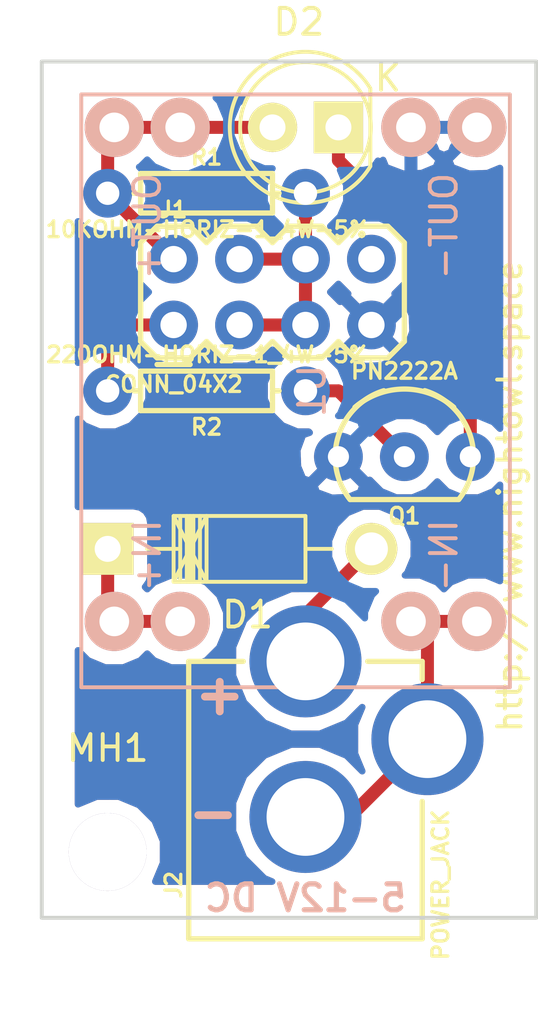
<source format=kicad_pcb>
(kicad_pcb (version 4) (host pcbnew 4.0.2+dfsg1-stable)

  (general
    (links 20)
    (no_connects 0)
    (area 156.99195 63.391 177.875001 103.32)
    (thickness 1.6)
    (drawings 8)
    (tracks 35)
    (zones 0)
    (modules 9)
    (nets 10)
  )

  (page A4)
  (layers
    (0 F.Cu signal)
    (31 B.Cu signal)
    (32 B.Adhes user)
    (33 F.Adhes user)
    (34 B.Paste user)
    (35 F.Paste user)
    (36 B.SilkS user)
    (37 F.SilkS user)
    (38 B.Mask user)
    (39 F.Mask user)
    (40 Dwgs.User user)
    (41 Cmts.User user)
    (42 Eco1.User user)
    (43 Eco2.User user)
    (44 Edge.Cuts user)
    (45 Margin user)
    (46 B.CrtYd user)
    (47 F.CrtYd user)
    (48 B.Fab user)
    (49 F.Fab user)
  )

  (setup
    (last_trace_width 0.5)
    (user_trace_width 0.25)
    (user_trace_width 0.5)
    (user_trace_width 0.6)
    (user_trace_width 1.2)
    (trace_clearance 0.2)
    (zone_clearance 0.508)
    (zone_45_only no)
    (trace_min 0.2)
    (segment_width 0.2)
    (edge_width 0.15)
    (via_size 0.6)
    (via_drill 0.4)
    (via_min_size 0.4)
    (via_min_drill 0.3)
    (uvia_size 0.3)
    (uvia_drill 0.1)
    (uvias_allowed no)
    (uvia_min_size 0.2)
    (uvia_min_drill 0.1)
    (pcb_text_width 0.3)
    (pcb_text_size 1.5 1.5)
    (mod_edge_width 0.15)
    (mod_text_size 1 1)
    (mod_text_width 0.15)
    (pad_size 1.524 1.524)
    (pad_drill 0.762)
    (pad_to_mask_clearance 0.2)
    (aux_axis_origin 0 0)
    (visible_elements FFFEFF7F)
    (pcbplotparams
      (layerselection 0x010fc_80000001)
      (usegerberextensions false)
      (usegerberattributes true)
      (excludeedgelayer false)
      (linewidth 2.000000)
      (plotframeref false)
      (viasonmask false)
      (mode 1)
      (useauxorigin true)
      (hpglpennumber 1)
      (hpglpenspeed 20)
      (hpglpendiameter 15)
      (hpglpenoverlay 2)
      (psnegative false)
      (psa4output false)
      (plotreference true)
      (plotvalue false)
      (plotinvisibletext false)
      (padsonsilk false)
      (subtractmaskfromsilk false)
      (outputformat 1)
      (mirror false)
      (drillshape 0)
      (scaleselection 1)
      (outputdirectory gerbers/))
  )

  (net 0 "")
  (net 1 "Net-(D1-Pad1)")
  (net 2 "Net-(D2-Pad1)")
  (net 3 +3V3)
  (net 4 "Net-(J1-Pad1)")
  (net 5 "Net-(J1-Pad3)")
  (net 6 GND)
  (net 7 "Net-(Q1-Pad2)")
  (net 8 "Net-(D1-Pad2)")
  (net 9 "Net-(J2-PadGND)")

  (net_class Default "This is the default net class."
    (clearance 0.2)
    (trace_width 0.25)
    (via_dia 0.6)
    (via_drill 0.4)
    (uvia_dia 0.3)
    (uvia_drill 0.1)
    (add_net +3V3)
    (add_net GND)
    (add_net "Net-(D1-Pad1)")
    (add_net "Net-(D1-Pad2)")
    (add_net "Net-(D2-Pad1)")
    (add_net "Net-(J1-Pad1)")
    (add_net "Net-(J1-Pad3)")
    (add_net "Net-(J2-PadGND)")
    (add_net "Net-(Q1-Pad2)")
  )

  (module Diodes_ThroughHole:Diode_DO-41_SOD81_Horizontal_RM10 (layer F.Cu) (tedit 552FFCCE) (tstamp 5B88E51C)
    (at 161.29 84.836)
    (descr "Diode, DO-41, SOD81, Horizontal, RM 10mm,")
    (tags "Diode, DO-41, SOD81, Horizontal, RM 10mm, 1N4007, SB140,")
    (path /5B88E300)
    (fp_text reference D1 (at 5.38734 2.53746) (layer F.SilkS)
      (effects (font (size 1 1) (thickness 0.15)))
    )
    (fp_text value D_Schottky (at 4.37134 -3.55854) (layer F.Fab)
      (effects (font (size 1 1) (thickness 0.15)))
    )
    (fp_line (start 7.62 -0.00254) (end 8.636 -0.00254) (layer F.SilkS) (width 0.15))
    (fp_line (start 2.794 -0.00254) (end 1.524 -0.00254) (layer F.SilkS) (width 0.15))
    (fp_line (start 3.048 -1.27254) (end 3.048 1.26746) (layer F.SilkS) (width 0.15))
    (fp_line (start 3.302 -1.27254) (end 3.302 1.26746) (layer F.SilkS) (width 0.15))
    (fp_line (start 3.556 -1.27254) (end 3.556 1.26746) (layer F.SilkS) (width 0.15))
    (fp_line (start 2.794 -1.27254) (end 2.794 1.26746) (layer F.SilkS) (width 0.15))
    (fp_line (start 3.81 -1.27254) (end 2.54 1.26746) (layer F.SilkS) (width 0.15))
    (fp_line (start 2.54 -1.27254) (end 3.81 1.26746) (layer F.SilkS) (width 0.15))
    (fp_line (start 3.81 -1.27254) (end 3.81 1.26746) (layer F.SilkS) (width 0.15))
    (fp_line (start 3.175 -1.27254) (end 3.175 1.26746) (layer F.SilkS) (width 0.15))
    (fp_line (start 2.54 1.26746) (end 2.54 -1.27254) (layer F.SilkS) (width 0.15))
    (fp_line (start 2.54 -1.27254) (end 7.62 -1.27254) (layer F.SilkS) (width 0.15))
    (fp_line (start 7.62 -1.27254) (end 7.62 1.26746) (layer F.SilkS) (width 0.15))
    (fp_line (start 7.62 1.26746) (end 2.54 1.26746) (layer F.SilkS) (width 0.15))
    (pad 2 thru_hole circle (at 10.16 -0.00254 180) (size 1.99898 1.99898) (drill 1.27) (layers *.Cu *.Mask F.SilkS)
      (net 8 "Net-(D1-Pad2)"))
    (pad 1 thru_hole rect (at 0 -0.00254 180) (size 1.99898 1.99898) (drill 1.00076) (layers *.Cu *.Mask F.SilkS)
      (net 1 "Net-(D1-Pad1)"))
  )

  (module LEDs:LED-5MM (layer F.Cu) (tedit 5570F7EA) (tstamp 5B88E522)
    (at 170.18 68.58 180)
    (descr "LED 5mm round vertical")
    (tags "LED 5mm round vertical")
    (path /5B88E494)
    (fp_text reference D2 (at 1.524 4.064 180) (layer F.SilkS)
      (effects (font (size 1 1) (thickness 0.15)))
    )
    (fp_text value LED (at 1.524 -3.937 180) (layer F.Fab)
      (effects (font (size 1 1) (thickness 0.15)))
    )
    (fp_line (start -1.5 -1.55) (end -1.5 1.55) (layer F.CrtYd) (width 0.05))
    (fp_arc (start 1.3 0) (end -1.5 1.55) (angle -302) (layer F.CrtYd) (width 0.05))
    (fp_arc (start 1.27 0) (end -1.23 -1.5) (angle 297.5) (layer F.SilkS) (width 0.15))
    (fp_line (start -1.23 1.5) (end -1.23 -1.5) (layer F.SilkS) (width 0.15))
    (fp_circle (center 1.27 0) (end 0.97 -2.5) (layer F.SilkS) (width 0.15))
    (fp_text user K (at -1.905 1.905 180) (layer F.SilkS)
      (effects (font (size 1 1) (thickness 0.15)))
    )
    (pad 1 thru_hole rect (at 0 0 270) (size 2 1.9) (drill 1.00076) (layers *.Cu *.Mask F.SilkS)
      (net 2 "Net-(D2-Pad1)"))
    (pad 2 thru_hole circle (at 2.54 0 180) (size 1.9 1.9) (drill 1.00076) (layers *.Cu *.Mask F.SilkS)
      (net 3 +3V3))
    (model LEDs.3dshapes/LED-5MM.wrl
      (at (xyz 0.05 0 0))
      (scale (xyz 1 1 1))
      (rotate (xyz 0 0 90))
    )
  )

  (module Connectors:2X4 (layer F.Cu) (tedit 5963E2D3) (tstamp 5B88E52E)
    (at 167.64 74.93)
    (descr "PLATED THROUGH HOLE - 2X4")
    (tags "PLATED THROUGH HOLE - 2X4")
    (path /5B88E9B2)
    (attr virtual)
    (fp_text reference J1 (at -3.81 -3.175) (layer F.SilkS)
      (effects (font (size 0.6096 0.6096) (thickness 0.127)))
    )
    (fp_text value CONN_04X2 (at -3.81 3.556) (layer F.SilkS)
      (effects (font (size 0.6096 0.6096) (thickness 0.127)))
    )
    (fp_line (start -5.08 1.905) (end -4.445 2.54) (layer F.SilkS) (width 0.2032))
    (fp_line (start -3.175 2.54) (end -2.54 1.905) (layer F.SilkS) (width 0.2032))
    (fp_line (start -2.54 1.905) (end -1.905 2.54) (layer F.SilkS) (width 0.2032))
    (fp_line (start -0.635 2.54) (end 0 1.905) (layer F.SilkS) (width 0.2032))
    (fp_line (start 0 1.905) (end 0.635 2.54) (layer F.SilkS) (width 0.2032))
    (fp_line (start 1.905 2.54) (end 2.54 1.905) (layer F.SilkS) (width 0.2032))
    (fp_line (start 2.54 1.905) (end 3.175 2.54) (layer F.SilkS) (width 0.2032))
    (fp_line (start 4.445 2.54) (end 5.08 1.905) (layer F.SilkS) (width 0.2032))
    (fp_line (start -5.08 1.905) (end -5.08 -1.905) (layer F.SilkS) (width 0.2032))
    (fp_line (start -5.08 -1.905) (end -4.445 -2.54) (layer F.SilkS) (width 0.2032))
    (fp_line (start -4.445 -2.54) (end -3.175 -2.54) (layer F.SilkS) (width 0.2032))
    (fp_line (start -3.175 -2.54) (end -2.54 -1.905) (layer F.SilkS) (width 0.2032))
    (fp_line (start -2.54 -1.905) (end -1.905 -2.54) (layer F.SilkS) (width 0.2032))
    (fp_line (start -1.905 -2.54) (end -0.635 -2.54) (layer F.SilkS) (width 0.2032))
    (fp_line (start -0.635 -2.54) (end 0 -1.905) (layer F.SilkS) (width 0.2032))
    (fp_line (start 0 -1.905) (end 0.635 -2.54) (layer F.SilkS) (width 0.2032))
    (fp_line (start 0.635 -2.54) (end 1.905 -2.54) (layer F.SilkS) (width 0.2032))
    (fp_line (start 1.905 -2.54) (end 2.54 -1.905) (layer F.SilkS) (width 0.2032))
    (fp_line (start 2.54 -1.905) (end 3.175 -2.54) (layer F.SilkS) (width 0.2032))
    (fp_line (start 3.175 -2.54) (end 4.445 -2.54) (layer F.SilkS) (width 0.2032))
    (fp_line (start 4.445 -2.54) (end 5.08 -1.905) (layer F.SilkS) (width 0.2032))
    (fp_line (start 5.08 -1.905) (end 5.08 1.905) (layer F.SilkS) (width 0.2032))
    (fp_line (start 3.175 2.54) (end 4.445 2.54) (layer F.SilkS) (width 0.2032))
    (fp_line (start 0.635 2.54) (end 1.905 2.54) (layer F.SilkS) (width 0.2032))
    (fp_line (start -1.905 2.54) (end -0.635 2.54) (layer F.SilkS) (width 0.2032))
    (fp_line (start -4.445 2.54) (end -3.175 2.54) (layer F.SilkS) (width 0.2032))
    (fp_line (start -4.445 2.794) (end -3.175 2.794) (layer F.SilkS) (width 0.2032))
    (fp_line (start -3.175 2.794) (end -4.445 2.794) (layer F.SilkS) (width 0.2032))
    (fp_line (start -5.08 1.905) (end -4.445 2.54) (layer F.SilkS) (width 0.2032))
    (fp_line (start -5.08 1.905) (end -5.08 -1.905) (layer F.SilkS) (width 0.2032))
    (fp_line (start -5.08 -1.905) (end -4.445 -2.54) (layer F.SilkS) (width 0.2032))
    (pad 1 thru_hole circle (at -3.81 1.27) (size 1.8796 1.8796) (drill 1.016) (layers *.Cu *.Mask)
      (net 4 "Net-(J1-Pad1)") (solder_mask_margin 0.1016))
    (pad 2 thru_hole circle (at -3.81 -1.27) (size 1.8796 1.8796) (drill 1.016) (layers *.Cu *.Mask)
      (net 3 +3V3) (solder_mask_margin 0.1016))
    (pad 3 thru_hole circle (at -1.27 1.27) (size 1.8796 1.8796) (drill 1.016) (layers *.Cu *.Mask)
      (net 5 "Net-(J1-Pad3)") (solder_mask_margin 0.1016))
    (pad 4 thru_hole circle (at -1.27 -1.27) (size 1.8796 1.8796) (drill 1.016) (layers *.Cu *.Mask)
      (net 5 "Net-(J1-Pad3)") (solder_mask_margin 0.1016))
    (pad 5 thru_hole circle (at 1.27 1.27) (size 1.8796 1.8796) (drill 1.016) (layers *.Cu *.Mask)
      (net 5 "Net-(J1-Pad3)") (solder_mask_margin 0.1016))
    (pad 6 thru_hole circle (at 1.27 -1.27) (size 1.8796 1.8796) (drill 1.016) (layers *.Cu *.Mask)
      (net 5 "Net-(J1-Pad3)") (solder_mask_margin 0.1016))
    (pad 7 thru_hole circle (at 3.81 1.27) (size 1.8796 1.8796) (drill 1.016) (layers *.Cu *.Mask)
      (net 6 GND) (solder_mask_margin 0.1016))
    (pad 8 thru_hole circle (at 3.81 -1.27) (size 1.8796 1.8796) (drill 1.016) (layers *.Cu *.Mask)
      (solder_mask_margin 0.1016))
  )

  (module Resistors:AXIAL-0.3 (layer F.Cu) (tedit 200000) (tstamp 5B88E53B)
    (at 165.1 71.12)
    (descr AXIAL-0.3)
    (tags AXIAL-0.3)
    (path /5B88E842)
    (attr virtual)
    (fp_text reference R1 (at 0 -1.397) (layer F.SilkS)
      (effects (font (size 0.6096 0.6096) (thickness 0.127)))
    )
    (fp_text value 10KOHM-HORIZ-1_4W-5% (at 0 1.397) (layer F.SilkS)
      (effects (font (size 0.6096 0.6096) (thickness 0.127)))
    )
    (fp_line (start -2.54 -0.762) (end 2.54 -0.762) (layer F.SilkS) (width 0.2032))
    (fp_line (start 2.54 -0.762) (end 2.54 0) (layer F.SilkS) (width 0.2032))
    (fp_line (start 2.54 0) (end 2.54 0.762) (layer F.SilkS) (width 0.2032))
    (fp_line (start 2.54 0.762) (end -2.54 0.762) (layer F.SilkS) (width 0.2032))
    (fp_line (start -2.54 0.762) (end -2.54 0) (layer F.SilkS) (width 0.2032))
    (fp_line (start -2.54 0) (end -2.54 -0.762) (layer F.SilkS) (width 0.2032))
    (fp_line (start 2.54 0) (end 2.794 0) (layer F.SilkS) (width 0.2032))
    (fp_line (start -2.54 0) (end -2.794 0) (layer F.SilkS) (width 0.2032))
    (pad P$1 thru_hole circle (at -3.81 0) (size 1.8796 1.8796) (drill 0.89916) (layers *.Cu *.Mask)
      (net 3 +3V3) (solder_mask_margin 0.1016))
    (pad P$2 thru_hole circle (at 3.81 0) (size 1.8796 1.8796) (drill 0.89916) (layers *.Cu *.Mask)
      (net 5 "Net-(J1-Pad3)") (solder_mask_margin 0.1016))
  )

  (module Resistors:AXIAL-0.3 (layer F.Cu) (tedit 200000) (tstamp 5B88E541)
    (at 165.1 78.74 180)
    (descr AXIAL-0.3)
    (tags AXIAL-0.3)
    (path /5B88F7C0)
    (attr virtual)
    (fp_text reference R2 (at 0 -1.397 180) (layer F.SilkS)
      (effects (font (size 0.6096 0.6096) (thickness 0.127)))
    )
    (fp_text value 220OHM-HORIZ-1_4W-5% (at 0 1.397 180) (layer F.SilkS)
      (effects (font (size 0.6096 0.6096) (thickness 0.127)))
    )
    (fp_line (start -2.54 -0.762) (end 2.54 -0.762) (layer F.SilkS) (width 0.2032))
    (fp_line (start 2.54 -0.762) (end 2.54 0) (layer F.SilkS) (width 0.2032))
    (fp_line (start 2.54 0) (end 2.54 0.762) (layer F.SilkS) (width 0.2032))
    (fp_line (start 2.54 0.762) (end -2.54 0.762) (layer F.SilkS) (width 0.2032))
    (fp_line (start -2.54 0.762) (end -2.54 0) (layer F.SilkS) (width 0.2032))
    (fp_line (start -2.54 0) (end -2.54 -0.762) (layer F.SilkS) (width 0.2032))
    (fp_line (start 2.54 0) (end 2.794 0) (layer F.SilkS) (width 0.2032))
    (fp_line (start -2.54 0) (end -2.794 0) (layer F.SilkS) (width 0.2032))
    (pad P$1 thru_hole circle (at -3.81 0 180) (size 1.8796 1.8796) (drill 0.89916) (layers *.Cu *.Mask)
      (net 7 "Net-(Q1-Pad2)") (solder_mask_margin 0.1016))
    (pad P$2 thru_hole circle (at 3.81 0 180) (size 1.8796 1.8796) (drill 0.89916) (layers *.Cu *.Mask)
      (net 4 "Net-(J1-Pad1)") (solder_mask_margin 0.1016))
  )

  (module Silicon-Standard:TO-92-AMMO (layer F.Cu) (tedit 5961E747) (tstamp 5B88E75A)
    (at 172.72 81.28)
    (descr "TO-92 3-PIN PTH AMMO PACKAGE")
    (tags "TO-92 3-PIN PTH AMMO PACKAGE")
    (path /5B88E57F)
    (attr virtual)
    (fp_text reference Q1 (at 0 2.286 180) (layer F.SilkS)
      (effects (font (size 0.6096 0.6096) (thickness 0.127)))
    )
    (fp_text value PN2222A (at 0 -3.302 180) (layer F.SilkS)
      (effects (font (size 0.6096 0.6096) (thickness 0.127)))
    )
    (fp_line (start -2.09296 1.651) (end 2.09296 1.651) (layer F.SilkS) (width 0.2032))
    (fp_arc (start 0 0) (end -2.09296 1.651) (angle 111) (layer F.SilkS) (width 0.2032))
    (fp_arc (start 0 0) (end 0.78486 -2.54762) (angle 111) (layer F.SilkS) (width 0.2032))
    (fp_arc (start 0 0.3175) (end 0.635 -2.54) (angle 28) (layer F.SilkS) (width 0.2032))
    (fp_arc (start 0 0.3175) (end -1.905 -1.905) (angle 53.1) (layer F.SilkS) (width 0.2032))
    (pad 1 thru_hole circle (at -2.54 0) (size 1.8796 1.8796) (drill 0.8128) (layers *.Cu *.Mask)
      (net 6 GND) (solder_mask_margin 0.1016))
    (pad 2 thru_hole circle (at 0 0) (size 1.8796 1.8796) (drill 0.8128) (layers *.Cu *.Mask)
      (net 7 "Net-(Q1-Pad2)") (solder_mask_margin 0.1016))
    (pad 3 thru_hole circle (at 2.54 0) (size 1.8796 1.8796) (drill 0.8128) (layers *.Cu *.Mask)
      (net 2 "Net-(D2-Pad1)") (solder_mask_margin 0.1016))
  )

  (module Connectors:POWER_JACK_PTH (layer F.Cu) (tedit 200000) (tstamp 5B88E78E)
    (at 168.91 102.87)
    (descr "DC BARREL POWER JACK/CONNECTOR PTH")
    (tags "DC BARREL POWER JACK/CONNECTOR PTH")
    (path /5B8901DD)
    (attr virtual)
    (fp_text reference J2 (at -5.08 -5.08 90) (layer F.SilkS)
      (effects (font (size 0.6096 0.6096) (thickness 0.127)))
    )
    (fp_text value POWER_JACK (at 5.207 -5.08 90) (layer F.SilkS)
      (effects (font (size 0.6096 0.6096) (thickness 0.127)))
    )
    (fp_line (start 4.49834 -13.69822) (end 2.39776 -13.69822) (layer F.SilkS) (width 0.2032))
    (fp_line (start -4.49834 -2.99974) (end -4.49834 -0.09906) (layer Dwgs.User) (width 0.2032))
    (fp_line (start 4.49834 -0.09906) (end 4.49834 -2.99974) (layer Dwgs.User) (width 0.2032))
    (fp_line (start 4.49834 -0.09906) (end -4.49834 -0.09906) (layer Dwgs.User) (width 0.2032))
    (fp_line (start 4.49834 -2.99974) (end 4.49834 -8.29818) (layer F.SilkS) (width 0.2032))
    (fp_line (start 4.49834 -13.69822) (end 4.49834 -12.99972) (layer F.SilkS) (width 0.2032))
    (fp_line (start -4.49834 -2.99974) (end -4.49834 -13.69822) (layer F.SilkS) (width 0.2032))
    (fp_line (start -4.49834 -13.69822) (end -2.39776 -13.69822) (layer F.SilkS) (width 0.2032))
    (fp_line (start -4.49834 -2.99974) (end 4.49834 -2.99974) (layer F.SilkS) (width 0.2032))
    (pad GND thru_hole circle (at 0 -7.69874) (size 4.318 4.318) (drill 2.9972) (layers *.Cu *.Mask)
      (net 9 "Net-(J2-PadGND)") (solder_mask_margin 0.1016))
    (pad GNDB thru_hole circle (at 4.699 -10.69848) (size 4.318 4.318) (drill 2.9972) (layers *.Cu *.Mask)
      (net 9 "Net-(J2-PadGND)") (solder_mask_margin 0.1016))
    (pad PWR thru_hole circle (at 0 -13.69822) (size 4.318 4.318) (drill 2.9972) (layers *.Cu *.Mask)
      (net 8 "Net-(D1-Pad2)") (solder_mask_margin 0.1016))
  )

  (module Mounting_Holes:MountingHole_3mm (layer F.Cu) (tedit 0) (tstamp 5B88EA7D)
    (at 161.29 96.52)
    (descr "Mounting hole, Befestigungsbohrung, 3mm, No Annular, Kein Restring,")
    (tags "Mounting hole, Befestigungsbohrung, 3mm, No Annular, Kein Restring,")
    (path /5B89052A)
    (fp_text reference MH1 (at 0 -4.0005) (layer F.SilkS)
      (effects (font (size 1 1) (thickness 0.15)))
    )
    (fp_text value MountingHole (at 1.00076 5.00126) (layer F.Fab)
      (effects (font (size 1 1) (thickness 0.15)))
    )
    (fp_circle (center 0 0) (end 3 0) (layer Cmts.User) (width 0.381))
    (pad 1 thru_hole circle (at 0 0) (size 3 3) (drill 3) (layers))
  )

  (module "kicad components:VREG_3V3" (layer B.Cu) (tedit 5B9875F3) (tstamp 5B9878B3)
    (at 176.784 67.31 270)
    (path /5B88E3BF)
    (fp_text reference U1 (at 11.43 7.62 270) (layer B.SilkS)
      (effects (font (size 1 1) (thickness 0.15)) (justify mirror))
    )
    (fp_text value VREG_3V3 (at 11.43 9.39 270) (layer B.Fab)
      (effects (font (size 1 1) (thickness 0.15)) (justify mirror))
    )
    (fp_text user OUT+ (at 5.08 13.97 270) (layer B.SilkS)
      (effects (font (size 1 1) (thickness 0.15)) (justify mirror))
    )
    (fp_text user OUT- (at 5.08 2.54 270) (layer B.SilkS)
      (effects (font (size 1 1) (thickness 0.15)) (justify mirror))
    )
    (fp_text user IN+ (at 17.78 13.97 270) (layer B.SilkS)
      (effects (font (size 1 1) (thickness 0.15)) (justify mirror))
    )
    (fp_text user IN- (at 17.78 2.54 270) (layer B.SilkS)
      (effects (font (size 1 1) (thickness 0.15)) (justify mirror))
    )
    (fp_line (start 22.86 16.51) (end 22.86 0) (layer B.SilkS) (width 0.15))
    (fp_line (start 22.86 0) (end 0 0) (layer B.SilkS) (width 0.15))
    (fp_line (start 0 0) (end 0 16.51) (layer B.SilkS) (width 0.15))
    (fp_line (start 0 16.51) (end 22.86 16.51) (layer B.SilkS) (width 0.15))
    (pad 1 thru_hole circle (at 1.27 1.27 270) (size 2.286 2.286) (drill 1.143) (layers *.Cu *.Mask B.SilkS)
      (net 6 GND))
    (pad 2 thru_hole circle (at 1.27 3.81 270) (size 2.286 2.286) (drill 1.143) (layers *.Cu *.Mask B.SilkS)
      (net 6 GND))
    (pad 3 thru_hole circle (at 1.27 12.7 270) (size 2.286 2.286) (drill 1.143) (layers *.Cu *.Mask B.SilkS)
      (net 3 +3V3))
    (pad 4 thru_hole circle (at 1.27 15.24 270) (size 2.286 2.286) (drill 1.143) (layers *.Cu *.Mask B.SilkS)
      (net 3 +3V3))
    (pad 5 thru_hole circle (at 20.32 15.24 270) (size 2.286 2.286) (drill 1.143) (layers *.Cu *.Mask B.SilkS)
      (net 1 "Net-(D1-Pad1)"))
    (pad 6 thru_hole circle (at 20.32 12.7 270) (size 2.286 2.286) (drill 1.143) (layers *.Cu *.Mask B.SilkS)
      (net 1 "Net-(D1-Pad1)"))
    (pad 7 thru_hole circle (at 20.32 3.81 270) (size 2.286 2.286) (drill 1.143) (layers *.Cu *.Mask B.SilkS)
      (net 9 "Net-(J2-PadGND)"))
    (pad 8 thru_hole circle (at 20.32 1.27 270) (size 2.286 2.286) (drill 1.143) (layers *.Cu *.Mask B.SilkS)
      (net 9 "Net-(J2-PadGND)"))
  )

  (gr_text http://www.nightowl.space (at 176.784 82.804 90) (layer F.SilkS)
    (effects (font (size 0.9 0.9) (thickness 0.15)))
  )
  (gr_text - (at 165.354 94.996) (layer B.SilkS)
    (effects (font (size 1.5 1.5) (thickness 0.3)) (justify mirror))
  )
  (gr_text + (at 165.608 90.424) (layer B.SilkS)
    (effects (font (size 1.5 1.5) (thickness 0.3)) (justify mirror))
  )
  (gr_text "5-12V DC" (at 168.91 98.298) (layer B.SilkS)
    (effects (font (size 1 1) (thickness 0.2)) (justify mirror))
  )
  (gr_line (start 158.75 99.06) (end 158.75 66.04) (angle 90) (layer Edge.Cuts) (width 0.15))
  (gr_line (start 177.8 99.06) (end 158.75 99.06) (angle 90) (layer Edge.Cuts) (width 0.15))
  (gr_line (start 177.8 66.04) (end 177.8 99.06) (angle 90) (layer Edge.Cuts) (width 0.15))
  (gr_line (start 158.75 66.04) (end 177.8 66.04) (angle 90) (layer Edge.Cuts) (width 0.15))

  (segment (start 161.544 87.63) (end 164.084 87.63) (width 0.5) (layer F.Cu) (net 1))
  (segment (start 161.29 84.83346) (end 161.29 87.376) (width 0.5) (layer F.Cu) (net 1))
  (segment (start 161.29 87.376) (end 161.544 87.63) (width 0.5) (layer F.Cu) (net 1) (tstamp 5B9879D7))
  (segment (start 170.18 68.58) (end 170.18 69.85) (width 0.5) (layer F.Cu) (net 2))
  (segment (start 175.26 74.93) (end 175.26 81.28) (width 0.5) (layer F.Cu) (net 2) (tstamp 5B88E891))
  (segment (start 170.18 69.85) (end 175.26 74.93) (width 0.5) (layer F.Cu) (net 2) (tstamp 5B88E890))
  (segment (start 164.084 68.58) (end 167.64 68.58) (width 0.5) (layer F.Cu) (net 3))
  (segment (start 161.544 68.58) (end 164.084 68.58) (width 0.5) (layer F.Cu) (net 3))
  (segment (start 161.29 71.12) (end 161.29 68.834) (width 0.5) (layer F.Cu) (net 3))
  (segment (start 161.29 68.834) (end 161.544 68.58) (width 0.5) (layer F.Cu) (net 3) (tstamp 5B9879BB))
  (segment (start 161.29 71.12) (end 163.83 73.66) (width 0.5) (layer F.Cu) (net 3))
  (segment (start 167.513 68.453) (end 167.64 68.58) (width 0.5) (layer F.Cu) (net 3) (tstamp 5B88E7CF) (status 30))
  (segment (start 163.83 73.66) (end 163.83 73.152) (width 0.5) (layer F.Cu) (net 3) (status 30))
  (segment (start 161.29 78.74) (end 161.29 76.962) (width 0.5) (layer F.Cu) (net 4))
  (segment (start 162.052 76.2) (end 163.83 76.2) (width 0.5) (layer F.Cu) (net 4) (tstamp 5B9879DD))
  (segment (start 161.29 76.962) (end 162.052 76.2) (width 0.5) (layer F.Cu) (net 4) (tstamp 5B9879DC))
  (segment (start 168.91 73.66) (end 168.91 71.12) (width 0.5) (layer F.Cu) (net 5))
  (segment (start 166.37 73.66) (end 168.91 73.66) (width 0.5) (layer F.Cu) (net 5))
  (segment (start 168.91 76.2) (end 168.91 73.66) (width 0.5) (layer F.Cu) (net 5))
  (segment (start 166.37 76.2) (end 168.91 76.2) (width 0.5) (layer F.Cu) (net 5))
  (segment (start 168.529 71.501) (end 168.91 71.12) (width 0.5) (layer F.Cu) (net 5) (tstamp 5B88E7D8) (status 30))
  (segment (start 172.974 68.58) (end 175.514 68.58) (width 0.5) (layer B.Cu) (net 6))
  (segment (start 171.45 76.2) (end 171.958 76.2) (width 0.5) (layer B.Cu) (net 6))
  (segment (start 171.958 76.2) (end 172.974 75.184) (width 0.5) (layer B.Cu) (net 6) (tstamp 5B9879C9))
  (segment (start 172.974 75.184) (end 172.974 68.58) (width 0.5) (layer B.Cu) (net 6) (tstamp 5B9879CA))
  (segment (start 168.91 78.74) (end 170.18 78.74) (width 0.5) (layer F.Cu) (net 7))
  (segment (start 170.18 78.74) (end 172.72 81.28) (width 0.5) (layer F.Cu) (net 7) (tstamp 5B88E883))
  (segment (start 168.91 89.17178) (end 168.91 87.37346) (width 0.5) (layer F.Cu) (net 8))
  (segment (start 168.91 87.37346) (end 171.45 84.83346) (width 0.5) (layer F.Cu) (net 8) (tstamp 5B9879CF))
  (segment (start 168.91 89.17178) (end 168.91 87.62746) (width 0.5) (layer F.Cu) (net 8))
  (segment (start 173.609 92.17152) (end 173.609 88.265) (width 0.5) (layer F.Cu) (net 9))
  (segment (start 173.609 88.265) (end 172.974 87.63) (width 0.5) (layer F.Cu) (net 9) (tstamp 5B9879D4))
  (segment (start 172.974 87.63) (end 175.514 87.63) (width 0.5) (layer F.Cu) (net 9))
  (segment (start 168.91 95.17126) (end 170.60926 95.17126) (width 0.5) (layer F.Cu) (net 9))
  (segment (start 170.60926 95.17126) (end 173.609 92.17152) (width 0.5) (layer F.Cu) (net 9) (tstamp 5B88E87C))

  (zone (net 6) (net_name GND) (layer F.Cu) (tstamp 5B88EA08) (hatch edge 0.508)
    (connect_pads (clearance 0.508))
    (min_thickness 0.254)
    (fill yes (arc_segments 16) (thermal_gap 0.508) (thermal_bridge_width 0.508))
    (polygon
      (pts
        (xy 160.02 67.31) (xy 176.53 67.31) (xy 176.53 97.79) (xy 160.02 97.79)
      )
    )
    (filled_polygon
      (pts
        (xy 162.494171 77.090887) (xy 162.936783 77.534272) (xy 163.515379 77.774526) (xy 164.141873 77.775073) (xy 164.720887 77.535829)
        (xy 165.100273 77.157104) (xy 165.476783 77.534272) (xy 166.055379 77.774526) (xy 166.681873 77.775073) (xy 167.260887 77.535829)
        (xy 167.640273 77.157104) (xy 167.952896 77.470273) (xy 167.575728 77.846783) (xy 167.335474 78.425379) (xy 167.334927 79.051873)
        (xy 167.574171 79.630887) (xy 168.016783 80.074272) (xy 168.595379 80.314526) (xy 169.035302 80.31491) (xy 169.07103 80.350638)
        (xy 168.81042 80.441923) (xy 168.593955 81.029833) (xy 168.618951 81.655828) (xy 168.81042 82.118077) (xy 169.071032 82.209363)
        (xy 170.000395 81.28) (xy 169.986253 81.265858) (xy 170.165858 81.086253) (xy 170.18 81.100395) (xy 170.194143 81.086253)
        (xy 170.373748 81.265858) (xy 170.359605 81.28) (xy 171.288968 82.209363) (xy 171.387964 82.174687) (xy 171.826783 82.614272)
        (xy 172.405379 82.854526) (xy 173.031873 82.855073) (xy 173.610887 82.615829) (xy 173.990273 82.237104) (xy 174.366783 82.614272)
        (xy 174.945379 82.854526) (xy 175.571873 82.855073) (xy 176.150887 82.615829) (xy 176.403 82.364156) (xy 176.403 86.073955)
        (xy 175.869218 85.852309) (xy 175.161886 85.851692) (xy 174.50816 86.121806) (xy 174.243978 86.385528) (xy 173.982471 86.123564)
        (xy 173.329218 85.852309) (xy 172.743422 85.851798) (xy 172.834846 85.760533) (xy 173.084206 85.160007) (xy 173.084774 84.509766)
        (xy 172.836462 83.908805) (xy 172.377073 83.448614) (xy 171.776547 83.199254) (xy 171.126306 83.198686) (xy 170.525345 83.446998)
        (xy 170.065154 83.906387) (xy 169.815794 84.506913) (xy 169.815226 85.157154) (xy 169.832623 85.199258) (xy 168.654324 86.377556)
        (xy 168.356677 86.377296) (xy 167.329394 86.801761) (xy 166.542743 87.58704) (xy 166.116486 88.613581) (xy 166.115516 89.725103)
        (xy 166.539981 90.752386) (xy 167.32526 91.539037) (xy 168.351801 91.965294) (xy 169.463323 91.966264) (xy 170.490606 91.541799)
        (xy 171.096218 90.937243) (xy 170.815486 91.613321) (xy 170.814516 92.724843) (xy 171.096161 93.406474) (xy 170.49474 92.804003)
        (xy 169.468199 92.377746) (xy 168.356677 92.376776) (xy 167.329394 92.801241) (xy 166.542743 93.58652) (xy 166.116486 94.613061)
        (xy 166.115516 95.724583) (xy 166.539981 96.751866) (xy 167.32526 97.538517) (xy 167.625048 97.663) (xy 163.127128 97.663)
        (xy 163.424628 96.946541) (xy 163.42537 96.097185) (xy 163.10102 95.3122) (xy 162.500959 94.711091) (xy 161.716541 94.385372)
        (xy 160.867185 94.38463) (xy 160.147 94.682205) (xy 160.147 88.747228) (xy 160.535529 89.136436) (xy 161.188782 89.407691)
        (xy 161.896114 89.408308) (xy 162.54984 89.138194) (xy 162.814022 88.874472) (xy 163.075529 89.136436) (xy 163.728782 89.407691)
        (xy 164.436114 89.408308) (xy 165.08984 89.138194) (xy 165.590436 88.638471) (xy 165.861691 87.985218) (xy 165.862308 87.277886)
        (xy 165.592194 86.62416) (xy 165.092471 86.123564) (xy 164.439218 85.852309) (xy 163.731886 85.851692) (xy 163.07816 86.121806)
        (xy 162.813978 86.385528) (xy 162.731623 86.303029) (xy 162.740931 86.29704) (xy 162.885921 86.08484) (xy 162.93693 85.83295)
        (xy 162.93693 83.83397) (xy 162.892652 83.598653) (xy 162.75358 83.382529) (xy 162.54138 83.237539) (xy 162.28949 83.18653)
        (xy 160.29051 83.18653) (xy 160.147 83.213533) (xy 160.147 82.388968) (xy 169.250637 82.388968) (xy 169.341923 82.64958)
        (xy 169.929833 82.866045) (xy 170.555828 82.841049) (xy 171.018077 82.64958) (xy 171.109363 82.388968) (xy 170.18 81.459605)
        (xy 169.250637 82.388968) (xy 160.147 82.388968) (xy 160.147 79.824053) (xy 160.396783 80.074272) (xy 160.975379 80.314526)
        (xy 161.601873 80.315073) (xy 162.180887 80.075829) (xy 162.624272 79.633217) (xy 162.864526 79.054621) (xy 162.865073 78.428127)
        (xy 162.625829 77.849113) (xy 162.183217 77.405728) (xy 162.175 77.402316) (xy 162.175 77.32858) (xy 162.418579 77.085)
        (xy 162.491739 77.085)
      )
    )
    (filled_polygon
      (pts
        (xy 174.375 75.296579) (xy 174.375 79.941739) (xy 174.369113 79.944171) (xy 173.989727 80.322896) (xy 173.613217 79.945728)
        (xy 173.034621 79.705474) (xy 172.408127 79.704927) (xy 172.399904 79.708325) (xy 170.80579 78.11421) (xy 170.518675 77.922367)
        (xy 170.462484 77.91119) (xy 170.254374 77.869793) (xy 170.245829 77.849113) (xy 169.867104 77.469727) (xy 170.028143 77.308968)
        (xy 170.520637 77.308968) (xy 170.611923 77.56958) (xy 171.199833 77.786045) (xy 171.825828 77.761049) (xy 172.288077 77.56958)
        (xy 172.379363 77.308968) (xy 171.45 76.379605) (xy 170.520637 77.308968) (xy 170.028143 77.308968) (xy 170.242601 77.094885)
        (xy 170.341032 77.129363) (xy 171.270395 76.2) (xy 171.629605 76.2) (xy 172.558968 77.129363) (xy 172.81958 77.038077)
        (xy 173.036045 76.450167) (xy 173.011049 75.824172) (xy 172.81958 75.361923) (xy 172.558968 75.270637) (xy 171.629605 76.2)
        (xy 171.270395 76.2) (xy 170.341032 75.270637) (xy 170.242036 75.305313) (xy 169.867104 74.929727) (xy 170.180273 74.617104)
        (xy 170.555115 74.992601) (xy 170.520637 75.091032) (xy 171.45 76.020395) (xy 172.379363 75.091032) (xy 172.344687 74.992036)
        (xy 172.784272 74.553217) (xy 173.024526 73.974621) (xy 173.024551 73.94613)
      )
    )
    (filled_polygon
      (pts
        (xy 175.707748 68.565858) (xy 175.693605 68.58) (xy 175.707748 68.594143) (xy 175.528143 68.773748) (xy 175.514 68.759605)
        (xy 174.437642 69.835963) (xy 174.553806 70.117658) (xy 175.215333 70.368062) (xy 175.922329 70.346249) (xy 176.403 70.147148)
        (xy 176.403 80.195947) (xy 176.153217 79.945728) (xy 176.145 79.942316) (xy 176.145 74.930005) (xy 176.145001 74.93)
        (xy 176.077633 74.591326) (xy 176.077633 74.591325) (xy 175.88579 74.30421) (xy 175.885787 74.304208) (xy 171.599394 70.017814)
        (xy 171.701769 69.867983) (xy 171.783697 69.949911) (xy 171.897643 69.835965) (xy 172.013806 70.117658) (xy 172.675333 70.368062)
        (xy 173.382329 70.346249) (xy 173.934194 70.117658) (xy 174.050358 69.835963) (xy 172.974 68.759605) (xy 172.959858 68.773748)
        (xy 172.780253 68.594143) (xy 172.794395 68.58) (xy 172.780253 68.565858) (xy 172.959858 68.386253) (xy 172.974 68.400395)
        (xy 172.988143 68.386253) (xy 173.167748 68.565858) (xy 173.153605 68.58) (xy 173.879144 69.305539) (xy 173.976342 69.540194)
        (xy 174.210262 69.636657) (xy 174.229963 69.656358) (xy 174.244 69.650569) (xy 174.258037 69.656358) (xy 174.277738 69.636657)
        (xy 174.511658 69.540194) (xy 174.595379 69.319016) (xy 175.334395 68.58) (xy 175.320253 68.565858) (xy 175.499858 68.386253)
        (xy 175.514 68.400395) (xy 175.528143 68.386253)
      )
    )
  )
  (zone (net 6) (net_name GND) (layer B.Cu) (tstamp 5B88EA08) (hatch edge 0.508)
    (connect_pads (clearance 0.508))
    (min_thickness 0.254)
    (fill yes (arc_segments 16) (thermal_gap 0.508) (thermal_bridge_width 0.508))
    (polygon
      (pts
        (xy 160.02 67.31) (xy 176.53 67.31) (xy 176.53 97.79) (xy 160.02 97.79)
      )
    )
    (filled_polygon
      (pts
        (xy 166.297086 67.680997) (xy 166.055276 68.263341) (xy 166.054725 68.893893) (xy 166.295519 69.476657) (xy 166.740997 69.922914)
        (xy 167.323341 70.164724) (xy 167.63762 70.164999) (xy 167.575728 70.226783) (xy 167.335474 70.805379) (xy 167.334927 71.431873)
        (xy 167.574171 72.010887) (xy 167.952896 72.390273) (xy 167.639727 72.702896) (xy 167.263217 72.325728) (xy 166.684621 72.085474)
        (xy 166.058127 72.084927) (xy 165.479113 72.324171) (xy 165.099727 72.702896) (xy 164.723217 72.325728) (xy 164.144621 72.085474)
        (xy 163.518127 72.084927) (xy 162.939113 72.324171) (xy 162.495728 72.766783) (xy 162.255474 73.345379) (xy 162.254927 73.971873)
        (xy 162.494171 74.550887) (xy 162.872896 74.930273) (xy 162.495728 75.306783) (xy 162.255474 75.885379) (xy 162.254927 76.511873)
        (xy 162.494171 77.090887) (xy 162.936783 77.534272) (xy 163.515379 77.774526) (xy 164.141873 77.775073) (xy 164.720887 77.535829)
        (xy 165.100273 77.157104) (xy 165.476783 77.534272) (xy 166.055379 77.774526) (xy 166.681873 77.775073) (xy 167.260887 77.535829)
        (xy 167.640273 77.157104) (xy 167.952896 77.470273) (xy 167.575728 77.846783) (xy 167.335474 78.425379) (xy 167.334927 79.051873)
        (xy 167.574171 79.630887) (xy 168.016783 80.074272) (xy 168.595379 80.314526) (xy 169.035302 80.31491) (xy 169.07103 80.350638)
        (xy 168.81042 80.441923) (xy 168.593955 81.029833) (xy 168.618951 81.655828) (xy 168.81042 82.118077) (xy 169.071032 82.209363)
        (xy 170.000395 81.28) (xy 169.986253 81.265858) (xy 170.165858 81.086253) (xy 170.18 81.100395) (xy 171.109363 80.171032)
        (xy 171.018077 79.91042) (xy 170.430167 79.693955) (xy 170.173147 79.704218) (xy 170.244272 79.633217) (xy 170.484526 79.054621)
        (xy 170.485073 78.428127) (xy 170.245829 77.849113) (xy 169.867104 77.469727) (xy 170.028143 77.308968) (xy 170.520637 77.308968)
        (xy 170.611923 77.56958) (xy 171.199833 77.786045) (xy 171.825828 77.761049) (xy 172.288077 77.56958) (xy 172.379363 77.308968)
        (xy 171.45 76.379605) (xy 170.520637 77.308968) (xy 170.028143 77.308968) (xy 170.242601 77.094885) (xy 170.341032 77.129363)
        (xy 171.270395 76.2) (xy 171.629605 76.2) (xy 172.558968 77.129363) (xy 172.81958 77.038077) (xy 173.036045 76.450167)
        (xy 173.011049 75.824172) (xy 172.81958 75.361923) (xy 172.558968 75.270637) (xy 171.629605 76.2) (xy 171.270395 76.2)
        (xy 170.341032 75.270637) (xy 170.242036 75.305313) (xy 169.867104 74.929727) (xy 170.180273 74.617104) (xy 170.555115 74.992601)
        (xy 170.520637 75.091032) (xy 171.45 76.020395) (xy 172.379363 75.091032) (xy 172.344687 74.992036) (xy 172.784272 74.553217)
        (xy 173.024526 73.974621) (xy 173.025073 73.348127) (xy 172.785829 72.769113) (xy 172.343217 72.325728) (xy 171.764621 72.085474)
        (xy 171.138127 72.084927) (xy 170.559113 72.324171) (xy 170.179727 72.702896) (xy 169.867104 72.389727) (xy 170.244272 72.013217)
        (xy 170.484526 71.434621) (xy 170.485073 70.808127) (xy 170.245829 70.229113) (xy 170.244159 70.22744) (xy 171.13 70.22744)
        (xy 171.365317 70.183162) (xy 171.581441 70.04409) (xy 171.701769 69.867983) (xy 171.783697 69.949911) (xy 171.897643 69.835965)
        (xy 172.013806 70.117658) (xy 172.675333 70.368062) (xy 173.382329 70.346249) (xy 173.934194 70.117658) (xy 174.050358 69.835963)
        (xy 172.974 68.759605) (xy 172.959858 68.773748) (xy 172.780253 68.594143) (xy 172.794395 68.58) (xy 172.780253 68.565858)
        (xy 172.959858 68.386253) (xy 172.974 68.400395) (xy 172.988143 68.386253) (xy 173.167748 68.565858) (xy 173.153605 68.58)
        (xy 173.879144 69.305539) (xy 173.976342 69.540194) (xy 174.210262 69.636657) (xy 174.229963 69.656358) (xy 174.244 69.650569)
        (xy 174.258037 69.656358) (xy 174.277738 69.636657) (xy 174.511658 69.540194) (xy 174.595379 69.319016) (xy 175.334395 68.58)
        (xy 175.320253 68.565858) (xy 175.499858 68.386253) (xy 175.514 68.400395) (xy 175.528143 68.386253) (xy 175.707748 68.565858)
        (xy 175.693605 68.58) (xy 175.707748 68.594143) (xy 175.528143 68.773748) (xy 175.514 68.759605) (xy 174.437642 69.835963)
        (xy 174.553806 70.117658) (xy 175.215333 70.368062) (xy 175.922329 70.346249) (xy 176.403 70.147148) (xy 176.403 80.195947)
        (xy 176.153217 79.945728) (xy 175.574621 79.705474) (xy 174.948127 79.704927) (xy 174.369113 79.944171) (xy 173.989727 80.322896)
        (xy 173.613217 79.945728) (xy 173.034621 79.705474) (xy 172.408127 79.704927) (xy 171.829113 79.944171) (xy 171.387399 80.385115)
        (xy 171.288968 80.350637) (xy 170.359605 81.28) (xy 171.288968 82.209363) (xy 171.387964 82.174687) (xy 171.826783 82.614272)
        (xy 172.405379 82.854526) (xy 173.031873 82.855073) (xy 173.610887 82.615829) (xy 173.990273 82.237104) (xy 174.366783 82.614272)
        (xy 174.945379 82.854526) (xy 175.571873 82.855073) (xy 176.150887 82.615829) (xy 176.403 82.364156) (xy 176.403 86.073955)
        (xy 175.869218 85.852309) (xy 175.161886 85.851692) (xy 174.50816 86.121806) (xy 174.243978 86.385528) (xy 173.982471 86.123564)
        (xy 173.329218 85.852309) (xy 172.743422 85.851798) (xy 172.834846 85.760533) (xy 173.084206 85.160007) (xy 173.084774 84.509766)
        (xy 172.836462 83.908805) (xy 172.377073 83.448614) (xy 171.776547 83.199254) (xy 171.126306 83.198686) (xy 170.525345 83.446998)
        (xy 170.065154 83.906387) (xy 169.815794 84.506913) (xy 169.815226 85.157154) (xy 170.063538 85.758115) (xy 170.522927 86.218306)
        (xy 171.123453 86.467666) (xy 171.62126 86.468101) (xy 171.467564 86.621529) (xy 171.196309 87.274782) (xy 171.196106 87.507115)
        (xy 170.49474 86.804523) (xy 169.468199 86.378266) (xy 168.356677 86.377296) (xy 167.329394 86.801761) (xy 166.542743 87.58704)
        (xy 166.116486 88.613581) (xy 166.115516 89.725103) (xy 166.539981 90.752386) (xy 167.32526 91.539037) (xy 168.351801 91.965294)
        (xy 169.463323 91.966264) (xy 170.490606 91.541799) (xy 171.096218 90.937243) (xy 170.815486 91.613321) (xy 170.814516 92.724843)
        (xy 171.096161 93.406474) (xy 170.49474 92.804003) (xy 169.468199 92.377746) (xy 168.356677 92.376776) (xy 167.329394 92.801241)
        (xy 166.542743 93.58652) (xy 166.116486 94.613061) (xy 166.115516 95.724583) (xy 166.539981 96.751866) (xy 167.32526 97.538517)
        (xy 167.625048 97.663) (xy 163.127128 97.663) (xy 163.424628 96.946541) (xy 163.42537 96.097185) (xy 163.10102 95.3122)
        (xy 162.500959 94.711091) (xy 161.716541 94.385372) (xy 160.867185 94.38463) (xy 160.147 94.682205) (xy 160.147 88.747228)
        (xy 160.535529 89.136436) (xy 161.188782 89.407691) (xy 161.896114 89.408308) (xy 162.54984 89.138194) (xy 162.814022 88.874472)
        (xy 163.075529 89.136436) (xy 163.728782 89.407691) (xy 164.436114 89.408308) (xy 165.08984 89.138194) (xy 165.590436 88.638471)
        (xy 165.861691 87.985218) (xy 165.862308 87.277886) (xy 165.592194 86.62416) (xy 165.092471 86.123564) (xy 164.439218 85.852309)
        (xy 163.731886 85.851692) (xy 163.07816 86.121806) (xy 162.813978 86.385528) (xy 162.731623 86.303029) (xy 162.740931 86.29704)
        (xy 162.885921 86.08484) (xy 162.93693 85.83295) (xy 162.93693 83.83397) (xy 162.892652 83.598653) (xy 162.75358 83.382529)
        (xy 162.54138 83.237539) (xy 162.28949 83.18653) (xy 160.29051 83.18653) (xy 160.147 83.213533) (xy 160.147 82.388968)
        (xy 169.250637 82.388968) (xy 169.341923 82.64958) (xy 169.929833 82.866045) (xy 170.555828 82.841049) (xy 171.018077 82.64958)
        (xy 171.109363 82.388968) (xy 170.18 81.459605) (xy 169.250637 82.388968) (xy 160.147 82.388968) (xy 160.147 79.824053)
        (xy 160.396783 80.074272) (xy 160.975379 80.314526) (xy 161.601873 80.315073) (xy 162.180887 80.075829) (xy 162.624272 79.633217)
        (xy 162.864526 79.054621) (xy 162.865073 78.428127) (xy 162.625829 77.849113) (xy 162.183217 77.405728) (xy 161.604621 77.165474)
        (xy 160.978127 77.164927) (xy 160.399113 77.404171) (xy 160.147 77.655844) (xy 160.147 72.204053) (xy 160.396783 72.454272)
        (xy 160.975379 72.694526) (xy 161.601873 72.695073) (xy 162.180887 72.455829) (xy 162.624272 72.013217) (xy 162.864526 71.434621)
        (xy 162.865073 70.808127) (xy 162.625829 70.229113) (xy 162.504045 70.107116) (xy 162.54984 70.088194) (xy 162.814022 69.824472)
        (xy 163.075529 70.086436) (xy 163.728782 70.357691) (xy 164.436114 70.358308) (xy 165.08984 70.088194) (xy 165.590436 69.588471)
        (xy 165.861691 68.935218) (xy 165.862308 68.227886) (xy 165.592194 67.57416) (xy 165.455273 67.437) (xy 166.54151 67.437)
      )
    )
  )
)

</source>
